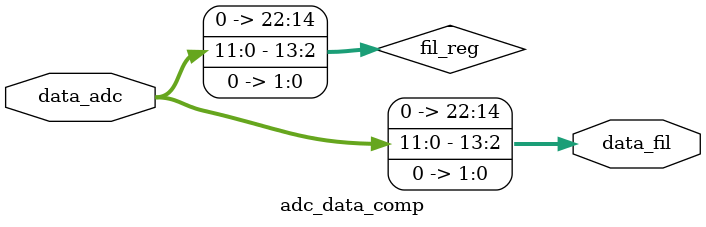
<source format=v>
`timescale 1ns / 1ps
module adc_data_comp #(parameter largo=22,mag=8,pres=14)(
	input wire [11:0] data_adc,
	output wire [largo:0] data_fil
    );

reg [largo:0] fil_reg;

always@*
begin
//se inicializa el dato en cero, luego se añade en la parte fraccionaria(pres=14) el dato de entrada
//del adc y se completa en con dos ceros 
	fil_reg = 23'b0;
	fil_reg [13:2] = data_adc [11:0];
	fil_reg[1:0] = {2{1'b0}};
end

assign data_fil[largo:0] = fil_reg [largo:0];

endmodule

</source>
